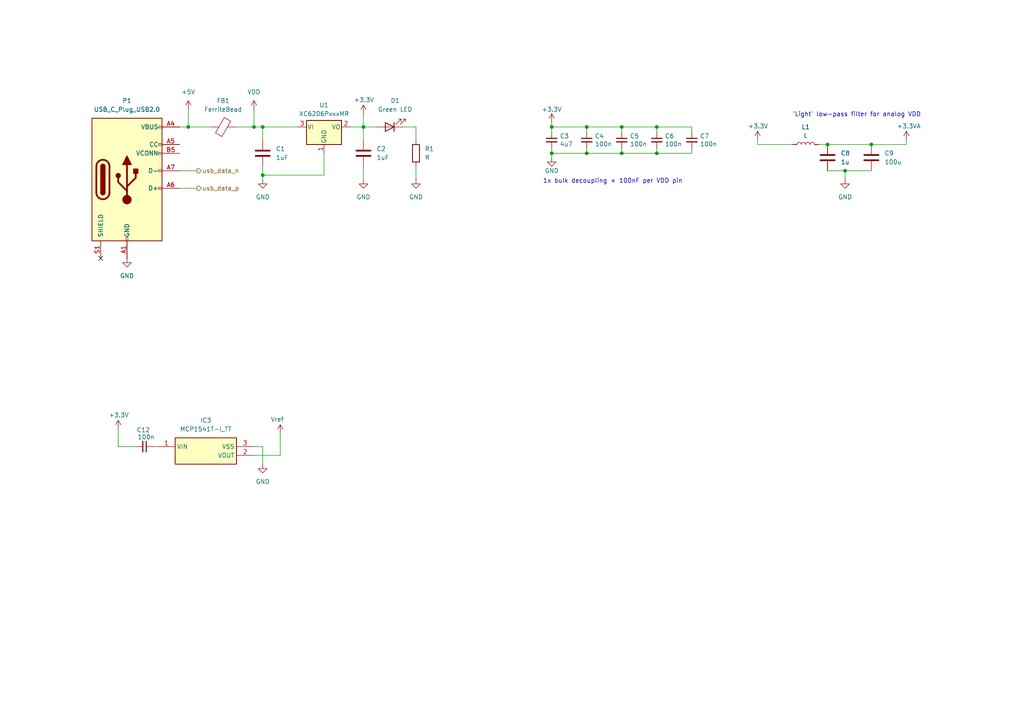
<source format=kicad_sch>
(kicad_sch (version 20231120) (generator "eeschema") (generator_version "8.0")
  (paper "A4")
  (lib_symbols
    (symbol "Connector:USB_C_Plug_USB2.0" (pin_names (offset 1.016))
      (property "Reference" "P" (at -10.16 19.05 0))
      (property "Value" "USB_C_Plug_USB2.0" (at 12.7 19.05 0))
      (symbol "USB_C_Plug_USB2.0_0_0"
        (rectangle (start -0.254 -17.78) (end 0.254 -16.764))
        (rectangle (start 10.16 -2.286) (end 9.144 -2.794))
        (rectangle (start 10.16 2.794) (end 9.144 2.286))
        (rectangle (start 10.16 7.874) (end 9.144 7.366))
        (rectangle (start 10.16 10.414) (end 9.144 9.906))
        (rectangle (start 10.16 15.494) (end 9.144 14.986))
      )
      (symbol "USB_C_Plug_USB2.0_0_1"
        (rectangle (start -10.16 17.78) (end 10.16 -17.78) (stroke (width 0.254)) (fill (type background)))
        (arc (start -8.89 -3.81) (mid -6.985 -5.7067) (end -5.08 -3.81) (stroke (width 0.508)))
        (arc (start -7.62 -3.81) (mid -6.985 -4.4423) (end -6.35 -3.81) (stroke (width 0.254)))
        (arc (start -7.62 -3.81) (mid -6.985 -4.4423) (end -6.35 -3.81) (stroke (width 0.254)) (fill (type outline)))
        (rectangle (start -7.62 -3.81) (end -6.35 3.81) (stroke (width 0.254)) (fill (type outline)))
        (arc (start -6.35 3.81) (mid -6.985 4.4423) (end -7.62 3.81) (stroke (width 0.254)))
        (arc (start -6.35 3.81) (mid -6.985 4.4423) (end -7.62 3.81) (stroke (width 0.254)) (fill (type outline)))
        (arc (start -5.08 3.81) (mid -6.985 5.7067) (end -8.89 3.81) (stroke (width 0.508)))
        (circle (center -2.54 1.143) (radius 0.635) (stroke (width 0.254)) (fill (type outline)))
        (circle (center 0 -5.842) (radius 1.27) (fill (type outline)))
        (polyline (pts (xy -8.89 -3.81) (xy -8.89 3.81)) (stroke (width 0.508)))
        (polyline (pts (xy -5.08 3.81) (xy -5.08 -3.81)) (stroke (width 0.508)))
        (polyline (pts (xy 0 -5.842) (xy 0 4.318)) (stroke (width 0.508)))
        (polyline (pts (xy 0 -3.302) (xy -2.54 -0.762) (xy -2.54 0.508)) (stroke (width 0.508)))
        (polyline (pts (xy 0 -2.032) (xy 2.54 0.508) (xy 2.54 1.778)) (stroke (width 0.508)))
        (polyline (pts (xy -1.27 4.318) (xy 0 6.858) (xy 1.27 4.318) (xy -1.27 4.318)) (stroke (width 0.254)) (fill (type outline)))
        (rectangle (start 1.905 1.778) (end 3.175 3.048) (stroke (width 0.254)) (fill (type outline)))
      )
      (symbol "USB_C_Plug_USB2.0_1_1"
        (pin passive line (at 0 -22.86 90) (length 5.08) (name "GND") (number "A1"))
        (pin passive line (at 0 -22.86 90) (length 5.08) hide (name "GND") (number "A12"))
        (pin passive line (at 15.24 15.24 180) (length 5.08) (name "VBUS") (number "A4"))
        (pin bidirectional line (at 15.24 10.16 180) (length 5.08) (name "CC") (number "A5"))
        (pin bidirectional line (at 15.24 -2.54 180) (length 5.08) (name "D+") (number "A6"))
        (pin bidirectional line (at 15.24 2.54 180) (length 5.08) (name "D-") (number "A7"))
        (pin passive line (at 15.24 15.24 180) (length 5.08) hide (name "VBUS") (number "A9"))
        (pin passive line (at 0 -22.86 90) (length 5.08) hide (name "GND") (number "B1"))
        (pin passive line (at 0 -22.86 90) (length 5.08) hide (name "GND") (number "B12"))
        (pin passive line (at 15.24 15.24 180) (length 5.08) hide (name "VBUS") (number "B4"))
        (pin bidirectional line (at 15.24 7.62 180) (length 5.08) (name "VCONN") (number "B5"))
        (pin passive line (at 15.24 15.24 180) (length 5.08) hide (name "VBUS") (number "B9"))
        (pin passive line (at -7.62 -22.86 90) (length 5.08) (name "SHIELD") (number "S1"))
      )
    )
    (symbol "Device:C" (pin_numbers hide) (pin_names (offset 0.254))
      (property "Reference" "C" (at 0.635 2.54 0))
      (property "Value" "C" (at 0.635 -2.54 0))
      (symbol "C_0_1"
        (polyline (pts (xy -2.032 -0.762) (xy 2.032 -0.762)) (stroke (width 0.508)))
        (polyline (pts (xy -2.032 0.762) (xy 2.032 0.762)) (stroke (width 0.508)))
      )
      (symbol "C_1_1"
        (pin passive line (at 0 3.81 270) (length 2.794) (name "~") (number "1"))
        (pin passive line (at 0 -3.81 90) (length 2.794) (name "~") (number "2"))
      )
    )
    (symbol "Device:C_Small" (pin_numbers hide) (pin_names (offset 0.254) hide)
      (property "Reference" "C" (at 0.254 1.778 0))
      (property "Value" "C_Small" (at 0.254 -2.032 0))
      (symbol "C_Small_0_1"
        (polyline (pts (xy -1.524 -0.508) (xy 1.524 -0.508)) (stroke (width 0.3302)))
        (polyline (pts (xy -1.524 0.508) (xy 1.524 0.508)) (stroke (width 0.3048)))
      )
      (symbol "C_Small_1_1"
        (pin passive line (at 0 2.54 270) (length 2.032) (name "~") (number "1"))
        (pin passive line (at 0 -2.54 90) (length 2.032) (name "~") (number "2"))
      )
    )
    (symbol "Device:FerriteBead" (pin_numbers hide) (pin_names (offset 0))
      (property "Reference" "FB" (at -3.81 0.635 90))
      (property "Value" "FerriteBead" (at 3.81 0 90))
      (symbol "FerriteBead_0_1"
        (polyline (pts (xy 0 -1.27) (xy 0 -1.2192)))
        (polyline (pts (xy 0 1.27) (xy 0 1.2954)))
        (polyline (pts (xy -2.7686 0.4064) (xy -1.7018 2.2606) (xy 2.7686 -0.3048) (xy 1.6764 -2.159) (xy -2.7686 0.4064)))
      )
      (symbol "FerriteBead_1_1"
        (pin passive line (at 0 3.81 270) (length 2.54) (name "~") (number "1"))
        (pin passive line (at 0 -3.81 90) (length 2.54) (name "~") (number "2"))
      )
    )
    (symbol "Device:L" (pin_numbers hide) (pin_names (offset 1.016) hide)
      (property "Reference" "L" (at -1.27 0 90))
      (property "Value" "L" (at 1.905 0 90))
      (symbol "L_0_1"
        (arc (start 0 -2.54) (mid 0.6323 -1.905) (end 0 -1.27))
        (arc (start 0 -1.27) (mid 0.6323 -0.635) (end 0 0))
        (arc (start 0 0) (mid 0.6323 0.635) (end 0 1.27))
        (arc (start 0 1.27) (mid 0.6323 1.905) (end 0 2.54))
      )
      (symbol "L_1_1"
        (pin passive line (at 0 3.81 270) (length 1.27) (name "1") (number "1"))
        (pin passive line (at 0 -3.81 90) (length 1.27) (name "2") (number "2"))
      )
    )
    (symbol "Device:LED" (pin_numbers hide) (pin_names (offset 1.016) hide)
      (property "Reference" "D" (at 0 2.54 0))
      (property "Value" "LED" (at 0 -2.54 0))
      (symbol "LED_0_1"
        (polyline (pts (xy -1.27 -1.27) (xy -1.27 1.27)) (stroke (width 0.254)))
        (polyline (pts (xy -1.27 0) (xy 1.27 0)))
        (polyline (pts (xy 1.27 -1.27) (xy 1.27 1.27) (xy -1.27 0) (xy 1.27 -1.27)) (stroke (width 0.254)))
        (polyline (pts (xy -3.048 -0.762) (xy -4.572 -2.286) (xy -3.81 -2.286) (xy -4.572 -2.286) (xy -4.572 -1.524)))
        (polyline (pts (xy -1.778 -0.762) (xy -3.302 -2.286) (xy -2.54 -2.286) (xy -3.302 -2.286) (xy -3.302 -1.524)))
      )
      (symbol "LED_1_1"
        (pin passive line (at -3.81 0 0) (length 2.54) (name "K") (number "1"))
        (pin passive line (at 3.81 0 180) (length 2.54) (name "A") (number "2"))
      )
    )
    (symbol "Device:R" (pin_numbers hide) (pin_names (offset 0))
      (property "Reference" "R" (at 2.032 0 90))
      (property "Value" "R" (at 0 0 90))
      (symbol "R_0_1"
        (rectangle (start -1.016 -2.54) (end 1.016 2.54) (stroke (width 0.254)))
      )
      (symbol "R_1_1"
        (pin passive line (at 0 3.81 270) (length 1.27) (name "~") (number "1"))
        (pin passive line (at 0 -3.81 90) (length 1.27) (name "~") (number "2"))
      )
    )
    (symbol "Regulator_Linear:XC6206PxxxMR" (pin_names (offset 0.254))
      (property "Reference" "U" (at -3.81 3.175 0))
      (property "Value" "XC6206PxxxMR" (at 0 3.175 0))
      (symbol "XC6206PxxxMR_0_1"
        (rectangle (start -5.08 1.905) (end 5.08 -5.08) (stroke (width 0.254)) (fill (type background)))
      )
      (symbol "XC6206PxxxMR_1_1"
        (pin power_in line (at 0 -7.62 90) (length 2.54) (name "GND") (number "1"))
        (pin power_out line (at 7.62 0 180) (length 2.54) (name "VO") (number "2"))
        (pin power_in line (at -7.62 0 0) (length 2.54) (name "VI") (number "3"))
      )
    )
    (symbol "cagil_library:MCP1541T-I_TT"
      (property "Reference" "IC3" (at 13.97 7.62 0))
      (property "Value" "MCP1541T-I_TT" (at 13.97 5.08 0))
      (symbol "MCP1541T-I_TT_1_1"
        (rectangle (start 5.08 2.54) (end 22.86 -5.08) (stroke (width 0.254)) (fill (type background)))
        (pin passive line (at 0 0 0) (length 5.08) (name "VIN") (number "1"))
        (pin passive line (at 27.94 -2.54 180) (length 5.08) (name "VOUT") (number "2"))
        (pin passive line (at 27.94 0 180) (length 5.08) (name "VSS") (number "3"))
      )
    )
    (symbol "power:+3.3V" (power) (pin_numbers hide) (pin_names (offset 0) hide)
      (property "Value" "+3.3V" (at 0 3.556 0))
      (symbol "+3.3V_0_1"
        (polyline (pts (xy -0.762 1.27) (xy 0 2.54)))
        (polyline (pts (xy 0 0) (xy 0 2.54)))
        (polyline (pts (xy 0 2.54) (xy 0.762 1.27)))
      )
      (symbol "+3.3V_1_1"
        (pin power_in line (at 0 0 90) (length 0) (name "~") (number "1"))
      )
    )
    (symbol "power:GND" (power) (pin_numbers hide) (pin_names (offset 0) hide)
      (property "Value" "GND" (at 0 -3.81 0))
      (symbol "GND_0_1"
        (polyline (pts (xy 0 0) (xy 0 -1.27) (xy 1.27 -1.27) (xy 0 -2.54) (xy -1.27 -1.27) (xy 0 -1.27)))
      )
      (symbol "GND_1_1"
        (pin power_in line (at 0 0 270) (length 0) (name "~") (number "1"))
      )
    )
    (symbol "power:VDD" (power) (pin_numbers hide) (pin_names (offset 0) hide)
      (property "Value" "VDD" (at 0 3.556 0))
      (symbol "VDD_0_1"
        (polyline (pts (xy -0.762 1.27) (xy 0 2.54)))
        (polyline (pts (xy 0 0) (xy 0 2.54)))
        (polyline (pts (xy 0 2.54) (xy 0.762 1.27)))
      )
      (symbol "VDD_1_1"
        (pin power_in line (at 0 0 90) (length 0) (name "~") (number "1"))
      )
    )
  )
  (junction (at 180.34 44.45))
  (junction (at 190.5 36.83))
  (junction (at 190.5 44.45))
  (junction (at 76.2 36.83))
  (junction (at 105.41 36.83))
  (junction (at 252.73 41.91))
  (junction (at 240.03 41.91))
  (junction (at 160.02 44.45))
  (junction (at 160.02 36.83))
  (junction (at 180.34 36.83))
  (junction (at 73.66 36.83))
  (junction (at 54.61 36.83))
  (junction (at 245.11 49.53))
  (junction (at 170.18 44.45))
  (junction (at 76.2 50.8))
  (junction (at 170.18 36.83))
  (no_connect (at 29.21 74.93))
  (wire (pts (xy 76.2 50.8) (xy 93.98 50.8)))
  (wire (pts (xy 44.45 129.54) (xy 45.72 129.54)))
  (wire (pts (xy 180.34 44.45) (xy 190.5 44.45)))
  (wire (pts (xy 105.41 36.83) (xy 105.41 40.64)))
  (wire (pts (xy 105.41 33.02) (xy 105.41 36.83)))
  (wire (pts (xy 160.02 36.83) (xy 160.02 38.1)))
  (wire (pts (xy 190.5 36.83) (xy 180.34 36.83)))
  (wire (pts (xy 120.65 48.26) (xy 120.65 52.07)))
  (wire (pts (xy 190.5 43.18) (xy 190.5 44.45)))
  (wire (pts (xy 73.66 132.08) (xy 81.28 132.08)))
  (wire (pts (xy 76.2 36.83) (xy 86.36 36.83)))
  (wire (pts (xy 180.34 38.1) (xy 180.34 36.83)))
  (wire (pts (xy 76.2 129.54) (xy 76.2 134.62)))
  (wire (pts (xy 52.07 36.83) (xy 54.61 36.83)))
  (wire (pts (xy 105.41 36.83) (xy 109.22 36.83)))
  (wire (pts (xy 190.5 44.45) (xy 200.66 44.45)))
  (wire (pts (xy 52.07 49.53) (xy 57.15 49.53)))
  (wire (pts (xy 190.5 38.1) (xy 190.5 36.83)))
  (wire (pts (xy 240.03 41.91) (xy 252.73 41.91)))
  (wire (pts (xy 262.89 40.64) (xy 262.89 41.91)))
  (wire (pts (xy 93.98 44.45) (xy 93.98 50.8)))
  (wire (pts (xy 170.18 36.83) (xy 160.02 36.83)))
  (wire (pts (xy 160.02 44.45) (xy 160.02 45.72)))
  (wire (pts (xy 54.61 36.83) (xy 60.96 36.83)))
  (wire (pts (xy 200.66 38.1) (xy 200.66 36.83)))
  (wire (pts (xy 76.2 48.26) (xy 76.2 50.8)))
  (wire (pts (xy 54.61 31.75) (xy 54.61 36.83)))
  (wire (pts (xy 200.66 43.18) (xy 200.66 44.45)))
  (wire (pts (xy 160.02 35.56) (xy 160.02 36.83)))
  (wire (pts (xy 105.41 48.26) (xy 105.41 52.07)))
  (wire (pts (xy 120.65 36.83) (xy 116.84 36.83)))
  (wire (pts (xy 262.89 41.91) (xy 252.73 41.91)))
  (wire (pts (xy 101.6 36.83) (xy 105.41 36.83)))
  (wire (pts (xy 219.71 41.91) (xy 229.87 41.91)))
  (wire (pts (xy 73.66 36.83) (xy 76.2 36.83)))
  (wire (pts (xy 120.65 40.64) (xy 120.65 36.83)))
  (wire (pts (xy 76.2 40.64) (xy 76.2 36.83)))
  (wire (pts (xy 237.49 41.91) (xy 240.03 41.91)))
  (wire (pts (xy 73.66 31.75) (xy 73.66 36.83)))
  (wire (pts (xy 200.66 36.83) (xy 190.5 36.83)))
  (wire (pts (xy 170.18 44.45) (xy 170.18 43.18)))
  (wire (pts (xy 160.02 44.45) (xy 170.18 44.45)))
  (wire (pts (xy 73.66 129.54) (xy 76.2 129.54)))
  (wire (pts (xy 34.29 124.46) (xy 34.29 129.54)))
  (wire (pts (xy 180.34 43.18) (xy 180.34 44.45)))
  (wire (pts (xy 34.29 129.54) (xy 39.37 129.54)))
  (wire (pts (xy 180.34 36.83) (xy 170.18 36.83)))
  (wire (pts (xy 219.71 40.64) (xy 219.71 41.91)))
  (wire (pts (xy 76.2 50.8) (xy 76.2 52.07)))
  (wire (pts (xy 68.58 36.83) (xy 73.66 36.83)))
  (wire (pts (xy 160.02 43.18) (xy 160.02 44.45)))
  (wire (pts (xy 240.03 49.53) (xy 245.11 49.53)))
  (wire (pts (xy 170.18 44.45) (xy 180.34 44.45)))
  (wire (pts (xy 245.11 52.07) (xy 245.11 49.53)))
  (wire (pts (xy 245.11 49.53) (xy 252.73 49.53)))
  (wire (pts (xy 81.28 125.73) (xy 81.28 132.08)))
  (wire (pts (xy 170.18 36.83) (xy 170.18 38.1)))
  (wire (pts (xy 52.07 54.61) (xy 57.15 54.61)))
  (text "'Light' low-pass filter for analog VDD" (at 229.87 34.036 0) (effects (font (size 1.27 1.27)) (justify left bottom)))
  (text "1x bulk decoupling + 100nF per VDD pin" (at 157.48 53.34 0) (effects (font (size 1.27 1.27)) (justify left bottom)))
  (hierarchical_label "usb_data_n" (shape output) (at 57.15 49.53 0))
  (hierarchical_label "usb_data_p" (shape output) (at 57.15 54.61 0))
  (symbol (lib_id "Connector:USB_C_Plug_USB2.0") (at 36.83 52.07 0) (unit 1)
    (property "Reference" "P1" (at 36.83 29.21 0))
    (property "Value" "USB_C_Plug_USB2.0" (at 36.83 31.75 0))
    (property "Footprint" "Connector_USB:USB3_A_Molex_48393-001" (effects (hide yes)))
    (property "Datasheet" "https://www.usb.org/sites/default/files/documents/usb_type-c.zip" (effects (hide yes)))
    (property "Description" "USB 2.0-only Type-C Plug connector" (effects (hide yes)))
  )
  (symbol (lib_id "Device:C") (at 76.2 44.45 0) (unit 1)
    (property "Reference" "C1" (at 80.01 43.1799 0) (effects (justify left)))
    (property "Value" "1uF" (at 80.01 45.7199 0) (effects (justify left)))
    (property "Description" "Unpolarized capacitor" (effects (hide yes)))
  )
  (symbol (lib_id "power:GND") (at 76.2 52.07 0) (unit 1)
    (property "Reference" "#PWR04" (effects (hide yes)))
    (property "Value" "GND" (at 76.2 57.15 0))
    (property "Description" "Power symbol creates a global label with name \"GND\" , ground" (effects (hide yes)))
  )
  (symbol (lib_id "cagil_library:MCP1541T-I_TT") (at 45.72 129.54 0) (unit 1)
    (property "Reference" "IC3" (at 59.69 121.92 0))
    (property "Value" "MCP1541T-I_TT" (at 59.69 124.46 0))
    (property "Datasheet" "https://datasheet.datasheetarchive.com/originals/distributors/Datasheets-34/DSA-674983.pdf" (effects (hide yes)))
    (property "Description" "4.096V Precision Voltage Reference" (effects (hide yes)))
    (property "Height" "1.12" (effects (hide yes)))
    (property "Mouser Part Number" "579-MCP1541TITT" (effects (hide yes)))
    (property "Mouser Price/Stock" "https://www.mouser.co.uk/ProductDetail/Microchip-Technology/MCP1541T-I-TT?qs=fAPocZeZcjjp5yk%2F%2FQePbg%3D%3D" (effects (hide yes)))
    (property "Manufacturer_Name" "Microchip" (effects (hide yes)))
    (property "Manufacturer_Part_Number" "MCP1541T-I/TT" (effects (hide yes)))
  )
  (symbol (lib_id "power:GND") (at 36.83 74.93 0) (unit 1)
    (property "Reference" "#PWR01" (effects (hide yes)))
    (property "Value" "GND" (at 36.83 80.01 0))
    (property "Description" "Power symbol creates a global label with name \"GND\" , ground" (effects (hide yes)))
  )
  (symbol (lib_id "power:GND") (at 160.02 45.72 0) (unit 1)
    (property "Reference" "#PWR010" (effects (hide yes)))
    (property "Value" "GND" (at 160.02 49.53 0))
  )
  (symbol (lib_id "power:VDD") (at 34.29 124.46 0) (unit 1)
    (property "Reference" "#PWR024" (effects (hide yes)))
    (property "Value" "+3.3V" (at 31.496 120.396 0) (effects (justify left)))
    (property "Description" "Power symbol creates a global label with name \"VDD\"" (effects (hide yes)))
  )
  (symbol (lib_id "power:GND") (at 245.11 52.07 0) (unit 1)
    (property "Reference" "#PWR012" (effects (hide yes)))
    (property "Value" "GND" (at 245.11 57.15 0))
    (property "Description" "Power symbol creates a global label with name \"GND\" , ground" (effects (hide yes)))
  )
  (symbol (lib_id "Device:C_Small") (at 180.34 40.64 0) (unit 1)
    (property "Reference" "C5" (at 182.6768 39.4716 0) (effects (justify left)))
    (property "Value" "100n" (at 182.6768 41.783 0) (effects (justify left)))
    (property "Footprint" "Capacitor_SMD:C_0402_1005Metric" (effects (hide yes)))
    (property "LCSC Part #" "C1525" (effects (hide yes)))
  )
  (symbol (lib_id "power:GND") (at 105.41 52.07 0) (unit 1)
    (property "Reference" "#PWR06" (effects (hide yes)))
    (property "Value" "GND" (at 105.41 57.15 0))
    (property "Description" "Power symbol creates a global label with name \"GND\" , ground" (effects (hide yes)))
  )
  (symbol (lib_id "Device:C_Small") (at 190.5 40.64 0) (unit 1)
    (property "Reference" "C6" (at 192.8368 39.4716 0) (effects (justify left)))
    (property "Value" "100n" (at 192.8368 41.783 0) (effects (justify left)))
    (property "Footprint" "Capacitor_SMD:C_0402_1005Metric" (effects (hide yes)))
    (property "LCSC Part #" "C1525" (effects (hide yes)))
  )
  (symbol (lib_id "Device:LED") (at 113.03 36.83 180) (unit 1)
    (property "Reference" "D1" (at 114.6175 29.21 0))
    (property "Value" "Green LED" (at 114.6175 31.75 0))
    (property "Description" "Light emitting diode" (effects (hide yes)))
  )
  (symbol (lib_id "Device:C_Small") (at 160.02 40.64 0) (unit 1)
    (property "Reference" "C3" (at 162.3568 39.4716 0) (effects (justify left)))
    (property "Value" "4u7" (at 162.3568 41.783 0) (effects (justify left)))
    (property "Footprint" "Capacitor_SMD:C_0603_1608Metric" (effects (hide yes)))
    (property "LCSC Part #" "C19666" (effects (hide yes)))
  )
  (symbol (lib_id "power:+3.3V") (at 160.02 35.56 0) (unit 1)
    (property "Reference" "#PWR08" (effects (hide yes)))
    (property "Value" "+3.3V" (at 160.02 31.75 0))
  )
  (symbol (lib_id "power:VDD") (at 73.66 31.75 0) (unit 1)
    (property "Reference" "#PWR03" (effects (hide yes)))
    (property "Value" "VDD" (at 73.66 26.67 0))
    (property "Description" "Power symbol creates a global label with name \"VDD\"" (effects (hide yes)))
  )
  (symbol (lib_id "power:VDD") (at 105.41 33.02 0) (unit 1)
    (property "Reference" "#PWR05" (effects (hide yes)))
    (property "Value" "+3.3V" (at 102.616 28.956 0) (effects (justify left)))
    (property "Description" "Power symbol creates a global label with name \"VDD\"" (effects (hide yes)))
  )
  (symbol (lib_id "power:VDD") (at 219.71 40.64 0) (unit 1)
    (property "Reference" "#PWR011" (effects (hide yes)))
    (property "Value" "+3.3V" (at 216.916 36.576 0) (effects (justify left)))
    (property "Description" "Power symbol creates a global label with name \"VDD\"" (effects (hide yes)))
  )
  (symbol (lib_id "Device:L") (at 233.68 41.91 90) (unit 1)
    (property "Reference" "L1" (at 233.68 36.83 90))
    (property "Value" "L" (at 233.68 39.37 90))
    (property "Description" "Inductor" (effects (hide yes)))
  )
  (symbol (lib_id "Device:C_Small") (at 200.66 40.64 0) (unit 1)
    (property "Reference" "C7" (at 202.9968 39.4716 0) (effects (justify left)))
    (property "Value" "100n" (at 202.9968 41.783 0) (effects (justify left)))
    (property "Footprint" "Capacitor_SMD:C_0402_1005Metric" (effects (hide yes)))
    (property "LCSC Part #" "C1525" (effects (hide yes)))
  )
  (symbol (lib_id "Device:C_Small") (at 41.91 129.54 270) (unit 1)
    (property "Reference" "C12" (at 39.624 124.714 90) (effects (justify left)))
    (property "Value" "100n" (at 39.878 126.746 90) (effects (justify left)))
    (property "Footprint" "Capacitor_SMD:C_0402_1005Metric" (effects (hide yes)))
    (property "LCSC Part #" "C1525" (effects (hide yes)))
  )
  (symbol (lib_id "Device:FerriteBead") (at 64.77 36.83 90) (unit 1)
    (property "Reference" "FB1" (at 64.7192 29.21 90))
    (property "Value" "FerriteBead" (at 64.7192 31.75 90))
    (property "Description" "Ferrite bead" (effects (hide yes)))
  )
  (symbol (lib_id "Device:C") (at 252.73 45.72 0) (unit 1)
    (property "Reference" "C9" (at 256.54 44.4499 0) (effects (justify left)))
    (property "Value" "100u" (at 256.54 46.9899 0) (effects (justify left)))
    (property "Description" "Unpolarized capacitor" (effects (hide yes)))
  )
  (symbol (lib_id "Regulator_Linear:XC6206PxxxMR") (at 93.98 36.83 0) (unit 1)
    (property "Reference" "U1" (at 93.98 30.48 0))
    (property "Value" "XC6206PxxxMR" (at 93.98 33.02 0))
    (property "Footprint" "Package_TO_SOT_SMD:SOT-23-3" (effects (hide yes)))
    (property "Datasheet" "https://www.torexsemi.com/file/xc6206/XC6206.pdf" (effects (hide yes)))
    (property "Description" "Positive 60-250mA Low Dropout Regulator, Fixed Output, SOT-23" (effects (hide yes)))
  )
  (symbol (lib_id "power:VDD") (at 262.89 40.64 0) (unit 1)
    (property "Reference" "#PWR013" (effects (hide yes)))
    (property "Value" "+3.3VA" (at 260.096 36.576 0) (effects (justify left)))
    (property "Description" "Power symbol creates a global label with name \"VDD\"" (effects (hide yes)))
  )
  (symbol (lib_id "power:GND") (at 76.2 134.62 0) (unit 1)
    (property "Reference" "#PWR023" (effects (hide yes)))
    (property "Value" "GND" (at 76.2 139.7 0))
    (property "Description" "Power symbol creates a global label with name \"GND\" , ground" (effects (hide yes)))
  )
  (symbol (lib_id "power:GND") (at 120.65 52.07 0) (unit 1)
    (property "Reference" "#PWR07" (effects (hide yes)))
    (property "Value" "GND" (at 120.65 57.15 0))
    (property "Description" "Power symbol creates a global label with name \"GND\" , ground" (effects (hide yes)))
  )
  (symbol (lib_id "Device:C_Small") (at 170.18 40.64 0) (unit 1)
    (property "Reference" "C4" (at 172.5168 39.4716 0) (effects (justify left)))
    (property "Value" "100n" (at 172.5168 41.783 0) (effects (justify left)))
    (property "Footprint" "Capacitor_SMD:C_0402_1005Metric" (effects (hide yes)))
    (property "LCSC Part #" "C1525" (effects (hide yes)))
  )
  (symbol (lib_id "Device:C") (at 105.41 44.45 0) (unit 1)
    (property "Reference" "C2" (at 109.22 43.1799 0) (effects (justify left)))
    (property "Value" "1uF" (at 109.22 45.7199 0) (effects (justify left)))
    (property "Description" "Unpolarized capacitor" (effects (hide yes)))
  )
  (symbol (lib_id "power:VDD") (at 54.61 31.75 0) (unit 1)
    (property "Reference" "#PWR02" (effects (hide yes)))
    (property "Value" "+5V" (at 54.61 26.67 0))
    (property "Description" "Power symbol creates a global label with name \"VDD\"" (effects (hide yes)))
  )
  (symbol (lib_id "power:VDD") (at 81.28 125.73 0) (unit 1)
    (property "Reference" "#PWR025" (effects (hide yes)))
    (property "Value" "Vref" (at 78.486 121.666 0) (effects (justify left)))
    (property "Description" "Power symbol creates a global label with name \"VDD\"" (effects (hide yes)))
  )
  (symbol (lib_id "Device:R") (at 120.65 44.45 0) (unit 1)
    (property "Reference" "R1" (at 123.19 43.1799 0) (effects (justify left)))
    (property "Value" "R" (at 123.19 45.7199 0) (effects (justify left)))
    (property "Description" "Resistor" (effects (hide yes)))
  )
  (symbol (lib_id "Device:C") (at 240.03 45.72 0) (unit 1)
    (property "Reference" "C8" (at 243.84 44.4499 0) (effects (justify left)))
    (property "Value" "1u" (at 243.84 46.9899 0) (effects (justify left)))
    (property "Description" "Unpolarized capacitor" (effects (hide yes)))
  )
)
</source>
